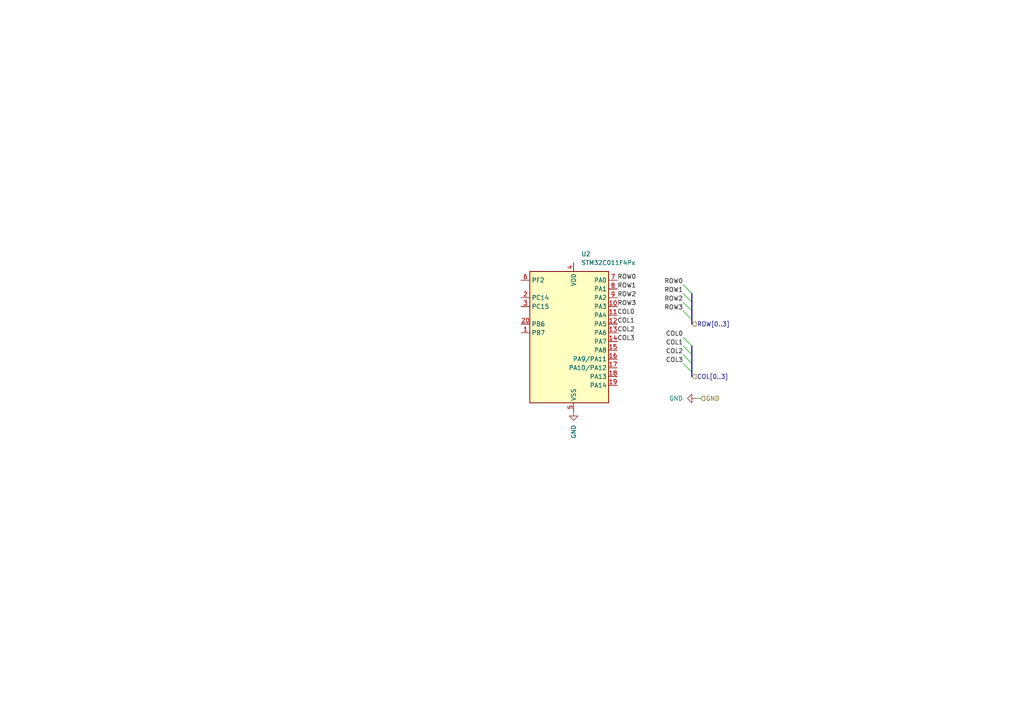
<source format=kicad_sch>
(kicad_sch (version 20231120) (generator "eeschema") (generator_version "8.0")
  (paper "A4")
  (lib_symbols
    (symbol "MCU_ST_STM32C0:STM32C011F4Px"
      (property "Reference" "U" (at -10.16 21.59 0))
      (property "Value" "STM32C011F4Px" (at 5.08 21.59 0))
      (symbol "STM32C011F4Px_0_1"
        (rectangle (start -10.16 -17.78) (end 12.7 20.32) (stroke (width 0.254)) (fill (type background)))
      )
      (symbol "STM32C011F4Px_1_1"
        (pin bidirectional line (at -12.7 2.54 0) (length 2.54) (name "PB7") (number "1"))
        (pin bidirectional line (at 15.24 10.16 180) (length 2.54) (name "PA3") (number "10"))
        (pin bidirectional line (at 15.24 7.62 180) (length 2.54) (name "PA4") (number "11"))
        (pin bidirectional line (at 15.24 5.08 180) (length 2.54) (name "PA5") (number "12"))
        (pin bidirectional line (at 15.24 2.54 180) (length 2.54) (name "PA6") (number "13"))
        (pin bidirectional line (at 15.24 0 180) (length 2.54) (name "PA7") (number "14"))
        (pin bidirectional line (at 15.24 -2.54 180) (length 2.54) (name "PA8") (number "15"))
        (pin bidirectional line (at 15.24 -5.08 180) (length 2.54) (name "PA9/PA11") (number "16"))
        (pin bidirectional line (at 15.24 -7.62 180) (length 2.54) (name "PA10/PA12") (number "17"))
        (pin bidirectional line (at 15.24 -10.16 180) (length 2.54) (name "PA13") (number "18"))
        (pin bidirectional line (at 15.24 -12.7 180) (length 2.54) (name "PA14") (number "19"))
        (pin bidirectional line (at -12.7 12.7 0) (length 2.54) (name "PC14") (number "2"))
        (pin bidirectional line (at -12.7 5.08 0) (length 2.54) (name "PB6") (number "20"))
        (pin bidirectional line (at -12.7 10.16 0) (length 2.54) (name "PC15") (number "3"))
        (pin power_in line (at 2.54 22.86 270) (length 2.54) (name "VDD") (number "4"))
        (pin power_in line (at 2.54 -20.32 90) (length 2.54) (name "VSS") (number "5"))
        (pin bidirectional line (at -12.7 17.78 0) (length 2.54) (name "PF2") (number "6"))
        (pin bidirectional line (at 15.24 17.78 180) (length 2.54) (name "PA0") (number "7"))
        (pin bidirectional line (at 15.24 15.24 180) (length 2.54) (name "PA1") (number "8"))
        (pin bidirectional line (at 15.24 12.7 180) (length 2.54) (name "PA2") (number "9"))
      )
    )
    (symbol "power:GND" (power) (pin_names (offset 0))
      (property "Value" "GND" (at 0 -3.81 0))
      (symbol "GND_0_1"
        (polyline (pts (xy 0 0) (xy 0 -1.27) (xy 1.27 -1.27) (xy 0 -2.54) (xy -1.27 -1.27) (xy 0 -1.27)))
      )
      (symbol "GND_1_1"
        (pin power_in line (at 0 0 270) (length 0) hide (name "GND") (number "1"))
      )
    )
  )
  (bus_entry (at 198.12 82.55) (size 2.54 2.54))
  (bus_entry (at 198.12 100.33) (size 2.54 2.54))
  (bus_entry (at 198.12 85.09) (size 2.54 2.54))
  (bus_entry (at 198.12 105.41) (size 2.54 2.54))
  (bus_entry (at 198.12 87.63) (size 2.54 2.54))
  (bus_entry (at 198.12 90.17) (size 2.54 2.54))
  (bus_entry (at 198.12 97.79) (size 2.54 2.54))
  (bus_entry (at 198.12 102.87) (size 2.54 2.54))
  (bus (pts (xy 200.66 100.33) (xy 200.66 102.87)))
  (bus (pts (xy 200.66 90.17) (xy 200.66 92.71)))
  (bus (pts (xy 200.66 107.95) (xy 200.66 109.22)))
  (bus (pts (xy 200.66 105.41) (xy 200.66 107.95)))
  (bus (pts (xy 200.66 85.09) (xy 200.66 87.63)))
  (wire (pts (xy 201.93 115.57) (xy 203.2 115.57)))
  (bus (pts (xy 200.66 92.71) (xy 200.66 93.98)))
  (bus (pts (xy 200.66 87.63) (xy 200.66 90.17)))
  (bus (pts (xy 200.66 102.87) (xy 200.66 105.41)))
  (label "ROW0" (at 198.12 82.55 180))
  (label "COL0" (at 198.12 97.79 180))
  (label "COL1" (at 198.12 100.33 180))
  (label "ROW1" (at 179.07 83.82 0))
  (label "COL3" (at 179.07 99.06 0))
  (label "ROW0" (at 179.07 81.28 0))
  (label "COL2" (at 198.12 102.87 180))
  (label "ROW3" (at 198.12 90.17 180))
  (label "ROW1" (at 198.12 85.09 180))
  (label "COL3" (at 198.12 105.41 180))
  (label "COL0" (at 179.07 91.44 0))
  (label "COL2" (at 179.07 96.52 0))
  (label "ROW3" (at 179.07 88.9 0))
  (label "COL1" (at 179.07 93.98 0))
  (label "ROW2" (at 179.07 86.36 0))
  (label "ROW2" (at 198.12 87.63 180))
  (hierarchical_label "COL[0..3]" (shape input) (at 200.66 109.22 0))
  (hierarchical_label "ROW[0..3]" (shape input) (at 200.66 93.98 0))
  (hierarchical_label "GND" (shape input) (at 203.2 115.57 0))
  (symbol (lib_id "MCU_ST_STM32C0:STM32C011F4Px") (at 163.83 99.06 0) (unit 1)
    (property "Reference" "U2" (at 168.5641 73.66 0) (effects (justify left)))
    (property "Value" "STM32C011F4Px" (at 168.5641 76.2 0) (effects (justify left)))
    (property "Footprint" "Package_SO:TSSOP-20_4.4x6.5mm_P0.65mm" (effects (hide yes)))
    (property "Datasheet" "https://www.st.com/resource/en/datasheet/stm32c011f4.pdf" (effects (hide yes)))
    (property "Description" "STMicroelectronics Arm Cortex-M0+ MCU, 16KB flash, 6KB RAM, 48 MHz, 2.0-3.6V, 18 GPIO, TSSOP20" (effects (hide yes)))
  )
  (symbol (lib_id "power:GND") (at 201.93 115.57 270) (unit 1)
    (property "Reference" "#PWR05" (effects (hide yes)))
    (property "Value" "GND" (at 198.12 115.57 90) (effects (justify right)))
  )
  (symbol (lib_id "power:GND") (at 166.37 119.38 0) (unit 1)
    (property "Reference" "#PWR01" (effects (hide yes)))
    (property "Value" "GND" (at 166.37 123.19 90) (effects (justify right)))
  )
)
</source>
